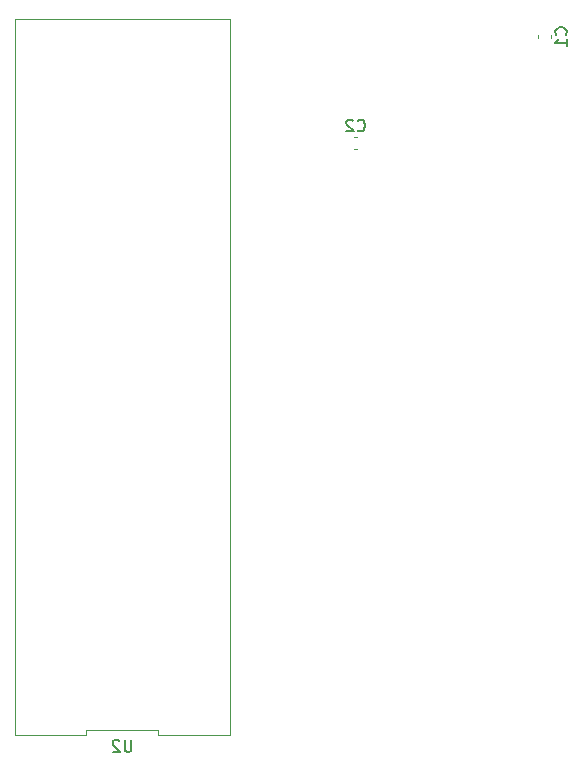
<source format=gbr>
G04 #@! TF.GenerationSoftware,KiCad,Pcbnew,5.1.10-1.fc34*
G04 #@! TF.CreationDate,2021-06-07T07:51:00+01:00*
G04 #@! TF.ProjectId,A1000,41313030-302e-46b6-9963-61645f706362,rev?*
G04 #@! TF.SameCoordinates,Original*
G04 #@! TF.FileFunction,Legend,Bot*
G04 #@! TF.FilePolarity,Positive*
%FSLAX46Y46*%
G04 Gerber Fmt 4.6, Leading zero omitted, Abs format (unit mm)*
G04 Created by KiCad (PCBNEW 5.1.10-1.fc34) date 2021-06-07 07:51:00*
%MOMM*%
%LPD*%
G01*
G04 APERTURE LIST*
%ADD10C,0.120000*%
%ADD11C,0.150000*%
G04 APERTURE END LIST*
D10*
G04 #@! TO.C,U2*
X79710001Y-129590000D02*
X73630001Y-129590000D01*
X79710001Y-129230000D02*
X79710001Y-129590000D01*
X85790000Y-129230000D02*
X79710001Y-129230000D01*
X85790000Y-129590000D02*
X85790000Y-129230000D01*
X91870000Y-129590000D02*
X85790000Y-129590000D01*
X91869999Y-68970000D02*
X91870000Y-129590000D01*
X73630000Y-68970000D02*
X91869999Y-68970000D01*
X73630001Y-129590000D02*
X73630000Y-68970000D01*
G04 #@! TO.C,C2*
X102646267Y-80010000D02*
X102353733Y-80010000D01*
X102646267Y-78990000D02*
X102353733Y-78990000D01*
G04 #@! TO.C,C1*
X117990000Y-70646267D02*
X117990000Y-70353733D01*
X119010000Y-70646267D02*
X119010000Y-70353733D01*
G04 #@! TO.C,U2*
D11*
X83511904Y-130042380D02*
X83511904Y-130851904D01*
X83464285Y-130947142D01*
X83416666Y-130994761D01*
X83321428Y-131042380D01*
X83130952Y-131042380D01*
X83035714Y-130994761D01*
X82988095Y-130947142D01*
X82940476Y-130851904D01*
X82940476Y-130042380D01*
X82511904Y-130137619D02*
X82464285Y-130090000D01*
X82369047Y-130042380D01*
X82130952Y-130042380D01*
X82035714Y-130090000D01*
X81988095Y-130137619D01*
X81940476Y-130232857D01*
X81940476Y-130328095D01*
X81988095Y-130470952D01*
X82559523Y-131042380D01*
X81940476Y-131042380D01*
G04 #@! TO.C,C2*
X102666666Y-78427142D02*
X102714285Y-78474761D01*
X102857142Y-78522380D01*
X102952380Y-78522380D01*
X103095238Y-78474761D01*
X103190476Y-78379523D01*
X103238095Y-78284285D01*
X103285714Y-78093809D01*
X103285714Y-77950952D01*
X103238095Y-77760476D01*
X103190476Y-77665238D01*
X103095238Y-77570000D01*
X102952380Y-77522380D01*
X102857142Y-77522380D01*
X102714285Y-77570000D01*
X102666666Y-77617619D01*
X102285714Y-77617619D02*
X102238095Y-77570000D01*
X102142857Y-77522380D01*
X101904761Y-77522380D01*
X101809523Y-77570000D01*
X101761904Y-77617619D01*
X101714285Y-77712857D01*
X101714285Y-77808095D01*
X101761904Y-77950952D01*
X102333333Y-78522380D01*
X101714285Y-78522380D01*
G04 #@! TO.C,C1*
X120287142Y-70333333D02*
X120334761Y-70285714D01*
X120382380Y-70142857D01*
X120382380Y-70047619D01*
X120334761Y-69904761D01*
X120239523Y-69809523D01*
X120144285Y-69761904D01*
X119953809Y-69714285D01*
X119810952Y-69714285D01*
X119620476Y-69761904D01*
X119525238Y-69809523D01*
X119430000Y-69904761D01*
X119382380Y-70047619D01*
X119382380Y-70142857D01*
X119430000Y-70285714D01*
X119477619Y-70333333D01*
X120382380Y-71285714D02*
X120382380Y-70714285D01*
X120382380Y-71000000D02*
X119382380Y-71000000D01*
X119525238Y-70904761D01*
X119620476Y-70809523D01*
X119668095Y-70714285D01*
G04 #@! TD*
M02*

</source>
